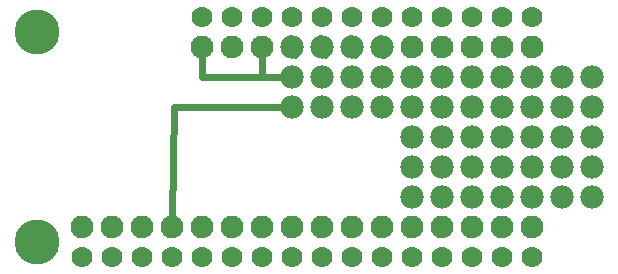
<source format=gbl>
G04 MADE WITH FRITZING*
G04 WWW.FRITZING.ORG*
G04 DOUBLE SIDED*
G04 HOLES PLATED*
G04 CONTOUR ON CENTER OF CONTOUR VECTOR*
%ASAXBY*%
%FSLAX23Y23*%
%MOIN*%
%OFA0B0*%
%SFA1.0B1.0*%
%ADD10C,0.076000*%
%ADD11C,0.070000*%
%ADD12C,0.150000*%
%ADD13C,0.078000*%
%ADD14C,0.024000*%
%ADD15R,0.001000X0.001000*%
%LNCOPPER0*%
G90*
G70*
G54D10*
X649Y752D03*
G54D11*
X649Y852D03*
G54D12*
X99Y102D03*
G54D11*
X849Y852D03*
G54D12*
X99Y802D03*
G54D11*
X1049Y852D03*
X749Y852D03*
X1249Y852D03*
X949Y852D03*
X1449Y852D03*
X1149Y852D03*
X1649Y852D03*
X1349Y852D03*
X1749Y52D03*
X1549Y852D03*
X1549Y52D03*
X1749Y852D03*
X1349Y52D03*
X1649Y52D03*
X1149Y52D03*
X1449Y52D03*
X949Y52D03*
X1249Y52D03*
X749Y52D03*
X1049Y52D03*
X549Y52D03*
X849Y52D03*
X349Y52D03*
X649Y52D03*
G54D10*
X249Y152D03*
G54D11*
X449Y52D03*
G54D10*
X449Y152D03*
G54D11*
X249Y52D03*
G54D10*
X649Y152D03*
X349Y152D03*
X849Y152D03*
X549Y152D03*
X1049Y152D03*
X749Y152D03*
X1249Y152D03*
X949Y152D03*
X1449Y152D03*
X1149Y152D03*
X1649Y152D03*
X1349Y152D03*
X1749Y752D03*
X1549Y152D03*
X1549Y752D03*
X1749Y152D03*
X1349Y752D03*
X1649Y752D03*
X1149Y752D03*
X1449Y752D03*
X949Y752D03*
X1249Y752D03*
X749Y752D03*
X1049Y752D03*
X849Y752D03*
G54D13*
X1049Y753D03*
X1049Y653D03*
X1049Y553D03*
X949Y753D03*
X949Y653D03*
X949Y553D03*
X1149Y753D03*
X1149Y653D03*
X1149Y553D03*
X1249Y753D03*
X1249Y653D03*
X1249Y553D03*
X1949Y653D03*
X1949Y553D03*
X1949Y453D03*
X1949Y353D03*
X1949Y253D03*
X1849Y653D03*
X1849Y553D03*
X1849Y453D03*
X1849Y353D03*
X1849Y253D03*
X1749Y653D03*
X1749Y553D03*
X1749Y453D03*
X1749Y353D03*
X1749Y253D03*
X1649Y653D03*
X1649Y553D03*
X1649Y453D03*
X1649Y353D03*
X1649Y253D03*
X1549Y653D03*
X1549Y553D03*
X1549Y453D03*
X1549Y353D03*
X1549Y253D03*
X1449Y653D03*
X1449Y553D03*
X1449Y453D03*
X1449Y353D03*
X1449Y253D03*
X1349Y653D03*
X1349Y553D03*
X1349Y453D03*
X1349Y353D03*
X1349Y253D03*
G54D14*
X1256Y724D02*
X1242Y782D01*
D02*
X1157Y724D02*
X1141Y782D01*
D02*
X1057Y724D02*
X1041Y782D01*
D02*
X941Y782D02*
X957Y724D01*
D02*
X847Y653D02*
X647Y651D01*
D02*
X647Y651D02*
X648Y721D01*
D02*
X847Y653D02*
X848Y721D01*
D02*
X918Y653D02*
X847Y653D01*
D02*
X918Y553D02*
X555Y551D01*
D02*
X555Y551D02*
X549Y183D01*
G54D15*
D02*
G04 End of Copper0*
M02*
</source>
